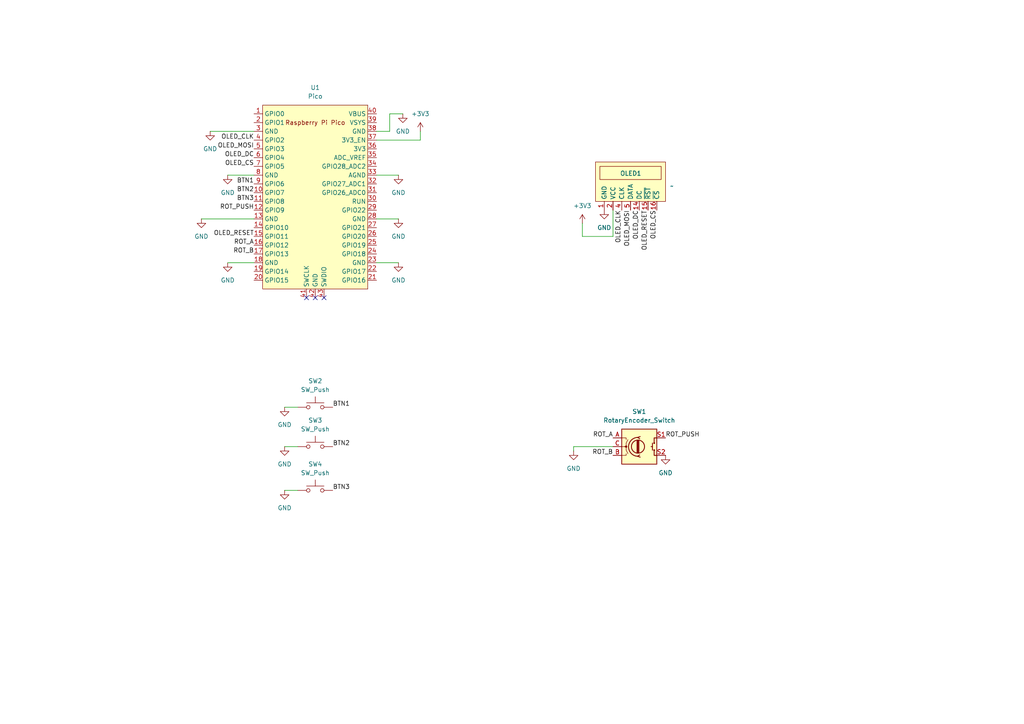
<source format=kicad_sch>
(kicad_sch (version 20231120) (generator "eeschema") (generator_version "8.0")
  (paper "A4")
  (lib_symbols
    (symbol "Device:RotaryEncoder_Switch" (pin_names (offset 0.254) hide)
      (property "Reference" "SW" (at 0 6.604 0))
      (property "Value" "RotaryEncoder_Switch" (at 0 -6.604 0))
      (symbol "RotaryEncoder_Switch_0_1"
        (rectangle (start -5.08 5.08) (end 5.08 -5.08) (stroke (width 0.254)) (fill (type background)))
        (circle (center -3.81 0) (radius 0.254) (fill (type outline)))
        (circle (center -0.381 0) (radius 1.905) (stroke (width 0.254)))
        (arc (start -0.381 2.667) (mid -3.0988 -0.0635) (end -0.381 -2.794) (stroke (width 0.254)))
        (polyline (pts (xy -0.635 -1.778) (xy -0.635 1.778)) (stroke (width 0.254)))
        (polyline (pts (xy -0.381 -1.778) (xy -0.381 1.778)) (stroke (width 0.254)))
        (polyline (pts (xy -0.127 1.778) (xy -0.127 -1.778)) (stroke (width 0.254)))
        (polyline (pts (xy 3.81 0) (xy 3.429 0)) (stroke (width 0.254)))
        (polyline (pts (xy 3.81 1.016) (xy 3.81 -1.016)) (stroke (width 0.254)))
        (polyline (pts (xy -5.08 -2.54) (xy -3.81 -2.54) (xy -3.81 -2.032)))
        (polyline (pts (xy -5.08 2.54) (xy -3.81 2.54) (xy -3.81 2.032)))
        (polyline (pts (xy 0.254 -3.048) (xy -0.508 -2.794) (xy 0.127 -2.413)) (stroke (width 0.254)))
        (polyline (pts (xy 0.254 2.921) (xy -0.508 2.667) (xy 0.127 2.286)) (stroke (width 0.254)))
        (polyline (pts (xy 5.08 -2.54) (xy 4.318 -2.54) (xy 4.318 -1.016)) (stroke (width 0.254)))
        (polyline (pts (xy 5.08 2.54) (xy 4.318 2.54) (xy 4.318 1.016)) (stroke (width 0.254)))
        (polyline (pts (xy -5.08 0) (xy -3.81 0) (xy -3.81 -1.016) (xy -3.302 -2.032)))
        (polyline (pts (xy -4.318 0) (xy -3.81 0) (xy -3.81 1.016) (xy -3.302 2.032)))
        (circle (center 4.318 -1.016) (radius 0.127) (stroke (width 0.254)))
        (circle (center 4.318 1.016) (radius 0.127) (stroke (width 0.254)))
      )
      (symbol "RotaryEncoder_Switch_1_1"
        (pin passive line (at -7.62 2.54 0) (length 2.54) (name "A") (number "A"))
        (pin passive line (at -7.62 -2.54 0) (length 2.54) (name "B") (number "B"))
        (pin passive line (at -7.62 0 0) (length 2.54) (name "C") (number "C"))
        (pin passive line (at 7.62 2.54 180) (length 2.54) (name "S1") (number "S1"))
        (pin passive line (at 7.62 -2.54 180) (length 2.54) (name "S2") (number "S2"))
      )
    )
    (symbol "MCU_RaspberryPi_and_Boards:Pico"
      (property "Reference" "U" (at -13.97 27.94 0))
      (property "Value" "Pico" (at 0 19.05 0))
      (symbol "Pico_0_0"
        (text "Raspberry Pi Pico" (at 0 21.59 0) (effects (font (size 1.27 1.27))))
      )
      (symbol "Pico_0_1"
        (rectangle (start -15.24 26.67) (end 15.24 -26.67) (fill (type background)))
      )
      (symbol "Pico_1_1"
        (pin bidirectional line (at -17.78 24.13 0) (length 2.54) (name "GPIO0") (number "1"))
        (pin bidirectional line (at -17.78 1.27 0) (length 2.54) (name "GPIO7") (number "10"))
        (pin bidirectional line (at -17.78 -1.27 0) (length 2.54) (name "GPIO8") (number "11"))
        (pin bidirectional line (at -17.78 -3.81 0) (length 2.54) (name "GPIO9") (number "12"))
        (pin power_in line (at -17.78 -6.35 0) (length 2.54) (name "GND") (number "13"))
        (pin bidirectional line (at -17.78 -8.89 0) (length 2.54) (name "GPIO10") (number "14"))
        (pin bidirectional line (at -17.78 -11.43 0) (length 2.54) (name "GPIO11") (number "15"))
        (pin bidirectional line (at -17.78 -13.97 0) (length 2.54) (name "GPIO12") (number "16"))
        (pin bidirectional line (at -17.78 -16.51 0) (length 2.54) (name "GPIO13") (number "17"))
        (pin power_in line (at -17.78 -19.05 0) (length 2.54) (name "GND") (number "18"))
        (pin bidirectional line (at -17.78 -21.59 0) (length 2.54) (name "GPIO14") (number "19"))
        (pin bidirectional line (at -17.78 21.59 0) (length 2.54) (name "GPIO1") (number "2"))
        (pin bidirectional line (at -17.78 -24.13 0) (length 2.54) (name "GPIO15") (number "20"))
        (pin bidirectional line (at 17.78 -24.13 180) (length 2.54) (name "GPIO16") (number "21"))
        (pin bidirectional line (at 17.78 -21.59 180) (length 2.54) (name "GPIO17") (number "22"))
        (pin power_in line (at 17.78 -19.05 180) (length 2.54) (name "GND") (number "23"))
        (pin bidirectional line (at 17.78 -16.51 180) (length 2.54) (name "GPIO18") (number "24"))
        (pin bidirectional line (at 17.78 -13.97 180) (length 2.54) (name "GPIO19") (number "25"))
        (pin bidirectional line (at 17.78 -11.43 180) (length 2.54) (name "GPIO20") (number "26"))
        (pin bidirectional line (at 17.78 -8.89 180) (length 2.54) (name "GPIO21") (number "27"))
        (pin power_in line (at 17.78 -6.35 180) (length 2.54) (name "GND") (number "28"))
        (pin bidirectional line (at 17.78 -3.81 180) (length 2.54) (name "GPIO22") (number "29"))
        (pin power_in line (at -17.78 19.05 0) (length 2.54) (name "GND") (number "3"))
        (pin input line (at 17.78 -1.27 180) (length 2.54) (name "RUN") (number "30"))
        (pin bidirectional line (at 17.78 1.27 180) (length 2.54) (name "GPIO26_ADC0") (number "31"))
        (pin bidirectional line (at 17.78 3.81 180) (length 2.54) (name "GPIO27_ADC1") (number "32"))
        (pin power_in line (at 17.78 6.35 180) (length 2.54) (name "AGND") (number "33"))
        (pin bidirectional line (at 17.78 8.89 180) (length 2.54) (name "GPIO28_ADC2") (number "34"))
        (pin power_in line (at 17.78 11.43 180) (length 2.54) (name "ADC_VREF") (number "35"))
        (pin power_in line (at 17.78 13.97 180) (length 2.54) (name "3V3") (number "36"))
        (pin input line (at 17.78 16.51 180) (length 2.54) (name "3V3_EN") (number "37"))
        (pin bidirectional line (at 17.78 19.05 180) (length 2.54) (name "GND") (number "38"))
        (pin power_in line (at 17.78 21.59 180) (length 2.54) (name "VSYS") (number "39"))
        (pin bidirectional line (at -17.78 16.51 0) (length 2.54) (name "GPIO2") (number "4"))
        (pin power_in line (at 17.78 24.13 180) (length 2.54) (name "VBUS") (number "40"))
        (pin input line (at -2.54 -29.21 90) (length 2.54) (name "SWCLK") (number "41"))
        (pin power_in line (at 0 -29.21 90) (length 2.54) (name "GND") (number "42"))
        (pin bidirectional line (at 2.54 -29.21 90) (length 2.54) (name "SWDIO") (number "43"))
        (pin bidirectional line (at -17.78 13.97 0) (length 2.54) (name "GPIO3") (number "5"))
        (pin bidirectional line (at -17.78 11.43 0) (length 2.54) (name "GPIO4") (number "6"))
        (pin bidirectional line (at -17.78 8.89 0) (length 2.54) (name "GPIO5") (number "7"))
        (pin power_in line (at -17.78 6.35 0) (length 2.54) (name "GND") (number "8"))
        (pin bidirectional line (at -17.78 3.81 0) (length 2.54) (name "GPIO6") (number "9"))
      )
    )
    (symbol "Switch:SW_Push" (pin_numbers hide) (pin_names (offset 1.016) hide)
      (property "Reference" "SW" (at 1.27 2.54 0))
      (property "Value" "SW_Push" (at 0 -1.524 0))
      (symbol "SW_Push_0_1"
        (circle (center -2.032 0) (radius 0.508))
        (polyline (pts (xy 0 1.27) (xy 0 3.048)))
        (polyline (pts (xy 2.54 1.27) (xy -2.54 1.27)))
        (circle (center 2.032 0) (radius 0.508))
        (pin passive line (at -5.08 0 0) (length 2.54) (name "1") (number "1"))
        (pin passive line (at 5.08 0 180) (length 2.54) (name "2") (number "2"))
      )
    )
    (symbol "desk_thing_lib:SSD1322_OLED"
      (property "Reference" "OLED" (at 0 3.048 0))
      (symbol "SSD1322_OLED_0_1"
        (rectangle (start -8.89 5.08) (end 8.89 1.27))
      )
      (symbol "SSD1322_OLED_1_1"
        (rectangle (start -10.16 6.35) (end 10.16 -5.08) (fill (type background)))
        (pin power_in line (at -7.62 -7.62 90) (length 2.54) (name "GND") (number "1"))
        (pin input line (at 2.54 -7.62 90) (length 2.54) (name "DC") (number "14"))
        (pin input line (at 5.08 -7.62 90) (length 2.54) (name "~{RST}") (number "15"))
        (pin input line (at 7.62 -7.62 90) (length 2.54) (name "~{CS}") (number "16"))
        (pin power_in line (at -5.08 -7.62 90) (length 2.54) (name "VCC") (number "2"))
        (pin input line (at -2.54 -7.62 90) (length 2.54) (name "CLK") (number "4"))
        (pin input line (at 0 -7.62 90) (length 2.54) (name "DATA") (number "5"))
      )
    )
    (symbol "power:+3V3" (power) (pin_numbers hide) (pin_names (offset 0) hide)
      (property "Value" "+3V3" (at 0 3.556 0))
      (symbol "+3V3_0_1"
        (polyline (pts (xy -0.762 1.27) (xy 0 2.54)))
        (polyline (pts (xy 0 0) (xy 0 2.54)))
        (polyline (pts (xy 0 2.54) (xy 0.762 1.27)))
      )
      (symbol "+3V3_1_1"
        (pin power_in line (at 0 0 90) (length 0) (name "~") (number "1"))
      )
    )
    (symbol "power:GND" (power) (pin_numbers hide) (pin_names (offset 0) hide)
      (property "Value" "GND" (at 0 -3.81 0))
      (symbol "GND_0_1"
        (polyline (pts (xy 0 0) (xy 0 -1.27) (xy 1.27 -1.27) (xy 0 -2.54) (xy -1.27 -1.27) (xy 0 -1.27)))
      )
      (symbol "GND_1_1"
        (pin power_in line (at 0 0 270) (length 0) (name "~") (number "1"))
      )
    )
  )
  (no_connect (at 88.9 86.36))
  (no_connect (at 93.98 86.36))
  (no_connect (at 91.44 86.36))
  (wire (pts (xy 109.22 63.5) (xy 115.57 63.5)))
  (wire (pts (xy 109.22 40.64) (xy 121.92 40.64)))
  (wire (pts (xy 166.37 130.81) (xy 166.37 129.54)))
  (wire (pts (xy 109.22 76.2) (xy 115.57 76.2)))
  (wire (pts (xy 113.03 38.1) (xy 113.03 33.02)))
  (wire (pts (xy 109.22 38.1) (xy 113.03 38.1)))
  (wire (pts (xy 82.55 142.24) (xy 86.36 142.24)))
  (wire (pts (xy 113.03 33.02) (xy 116.84 33.02)))
  (wire (pts (xy 82.55 129.54) (xy 86.36 129.54)))
  (wire (pts (xy 66.04 76.2) (xy 73.66 76.2)))
  (wire (pts (xy 121.92 40.64) (xy 121.92 38.1)))
  (wire (pts (xy 168.91 64.77) (xy 168.91 68.58)))
  (wire (pts (xy 177.8 68.58) (xy 177.8 60.96)))
  (wire (pts (xy 82.55 118.11) (xy 86.36 118.11)))
  (wire (pts (xy 168.91 68.58) (xy 177.8 68.58)))
  (wire (pts (xy 58.42 63.5) (xy 73.66 63.5)))
  (wire (pts (xy 166.37 129.54) (xy 177.8 129.54)))
  (wire (pts (xy 109.22 50.8) (xy 115.57 50.8)))
  (wire (pts (xy 60.96 38.1) (xy 73.66 38.1)))
  (wire (pts (xy 66.04 50.8) (xy 73.66 50.8)))
  (label "OLED_CS" (at 73.66 48.26 180))
  (label "OLED_CLK" (at 73.66 40.64 180))
  (label "BTN3" (at 96.52 142.24 0))
  (label "ROT_A" (at 73.66 71.12 180))
  (label "OLED_MOSI" (at 182.88 60.96 270))
  (label "BTN1" (at 73.66 53.34 180))
  (label "ROT_B" (at 177.8 132.08 180))
  (label "OLED_MOSI" (at 73.66 43.18 180))
  (label "OLED_CLK" (at 180.34 60.96 270))
  (label "BTN3" (at 73.66 58.42 180))
  (label "ROT_PUSH" (at 193.04 127 0))
  (label "OLED_RESET" (at 187.96 60.96 270))
  (label "OLED_DC" (at 73.66 45.72 180))
  (label "BTN2" (at 73.66 55.88 180))
  (label "BTN2" (at 96.52 129.54 0))
  (label "ROT_A" (at 177.8 127 180))
  (label "ROT_B" (at 73.66 73.66 180))
  (label "OLED_DC" (at 185.42 60.96 270))
  (label "OLED_CS" (at 190.5 60.96 270))
  (label "OLED_RESET" (at 73.66 68.58 180))
  (label "ROT_PUSH" (at 73.66 60.96 180))
  (label "BTN1" (at 96.52 118.11 0))
  (symbol (lib_id "power:GND") (at 58.42 63.5 0) (unit 1)
    (property "Reference" "#PWR08" (effects (hide yes)))
    (property "Value" "GND" (at 58.42 68.58 0))
    (property "Description" "Power symbol creates a global label with name \"GND\" , ground" (effects (hide yes)))
  )
  (symbol (lib_id "power:GND") (at 66.04 76.2 0) (unit 1)
    (property "Reference" "#PWR09" (effects (hide yes)))
    (property "Value" "GND" (at 66.04 81.28 0))
    (property "Description" "Power symbol creates a global label with name \"GND\" , ground" (effects (hide yes)))
  )
  (symbol (lib_id "power:+3V3") (at 168.91 64.77 0) (unit 1)
    (property "Reference" "#PWR011" (effects (hide yes)))
    (property "Value" "+3V3" (at 168.91 59.69 0))
    (property "Description" "Power symbol creates a global label with name \"+3V3\"" (effects (hide yes)))
  )
  (symbol (lib_id "power:GND") (at 116.84 33.02 0) (unit 1)
    (property "Reference" "#PWR02" (effects (hide yes)))
    (property "Value" "GND" (at 116.84 38.1 0))
    (property "Description" "Power symbol creates a global label with name \"GND\" , ground" (effects (hide yes)))
  )
  (symbol (lib_id "Switch:SW_Push") (at 91.44 142.24 0) (unit 1)
    (property "Reference" "SW4" (at 91.44 134.62 0))
    (property "Value" "SW_Push" (at 91.44 137.16 0))
    (property "Footprint" "Button_Switch_Keyboard:SW_Cherry_MX_1.00u_PCB" (effects (hide yes)))
    (property "Description" "Push button switch, generic, two pins" (effects (hide yes)))
  )
  (symbol (lib_id "MCU_RaspberryPi_and_Boards:Pico") (at 91.44 57.15 0) (unit 1)
    (property "Reference" "U1" (at 91.44 25.4 0))
    (property "Value" "Pico" (at 91.44 27.94 0))
    (property "Footprint" "MCU_RaspberryPi_and_Boards:RPi_Pico_SMD_TH" (effects (hide yes)))
  )
  (symbol (lib_id "Device:RotaryEncoder_Switch") (at 185.42 129.54 0) (unit 1)
    (property "Reference" "SW1" (at 185.42 119.38 0))
    (property "Value" "RotaryEncoder_Switch" (at 185.42 121.92 0))
    (property "Footprint" "Rotary_Encoder:RotaryEncoder_Alps_EC11E_Vertical_H20mm" (effects (hide yes)))
    (property "Description" "Rotary encoder, dual channel, incremental quadrate outputs, with switch" (effects (hide yes)))
  )
  (symbol (lib_id "Switch:SW_Push") (at 91.44 118.11 0) (unit 1)
    (property "Reference" "SW2" (at 91.44 110.49 0))
    (property "Value" "SW_Push" (at 91.44 113.03 0))
    (property "Footprint" "Button_Switch_Keyboard:SW_Cherry_MX_1.00u_PCB" (effects (hide yes)))
    (property "Description" "Push button switch, generic, two pins" (effects (hide yes)))
  )
  (symbol (lib_id "power:GND") (at 66.04 50.8 0) (unit 1)
    (property "Reference" "#PWR07" (effects (hide yes)))
    (property "Value" "GND" (at 66.04 55.88 0))
    (property "Description" "Power symbol creates a global label with name \"GND\" , ground" (effects (hide yes)))
  )
  (symbol (lib_id "power:GND") (at 82.55 142.24 0) (unit 1)
    (property "Reference" "#PWR016" (effects (hide yes)))
    (property "Value" "GND" (at 82.55 147.32 0))
    (property "Description" "Power symbol creates a global label with name \"GND\" , ground" (effects (hide yes)))
  )
  (symbol (lib_id "power:GND") (at 82.55 118.11 0) (unit 1)
    (property "Reference" "#PWR014" (effects (hide yes)))
    (property "Value" "GND" (at 82.55 123.19 0))
    (property "Description" "Power symbol creates a global label with name \"GND\" , ground" (effects (hide yes)))
  )
  (symbol (lib_id "power:GND") (at 115.57 63.5 0) (unit 1)
    (property "Reference" "#PWR04" (effects (hide yes)))
    (property "Value" "GND" (at 115.57 68.58 0))
    (property "Description" "Power symbol creates a global label with name \"GND\" , ground" (effects (hide yes)))
  )
  (symbol (lib_id "power:GND") (at 166.37 130.81 0) (unit 1)
    (property "Reference" "#PWR012" (effects (hide yes)))
    (property "Value" "GND" (at 166.37 135.89 0))
    (property "Description" "Power symbol creates a global label with name \"GND\" , ground" (effects (hide yes)))
  )
  (symbol (lib_id "desk_thing_lib:SSD1322_OLED") (at 182.88 53.34 0) (unit 1)
    (property "Reference" "OLED1" (at 179.832 50.292 0) (effects (justify left)))
    (property "Value" "~" (at 194.31 53.975 0) (effects (justify left)))
    (property "Footprint" "desk_thing_lib:OLED_2_8_SSD1322" (effects (hide yes)))
  )
  (symbol (lib_id "Switch:SW_Push") (at 91.44 129.54 0) (unit 1)
    (property "Reference" "SW3" (at 91.44 121.92 0))
    (property "Value" "SW_Push" (at 91.44 124.46 0))
    (property "Footprint" "Button_Switch_Keyboard:SW_Cherry_MX_1.00u_PCB" (effects (hide yes)))
    (property "Description" "Push button switch, generic, two pins" (effects (hide yes)))
  )
  (symbol (lib_id "power:GND") (at 60.96 38.1 0) (unit 1)
    (property "Reference" "#PWR06" (effects (hide yes)))
    (property "Value" "GND" (at 60.96 43.18 0))
    (property "Description" "Power symbol creates a global label with name \"GND\" , ground" (effects (hide yes)))
  )
  (symbol (lib_id "power:+3V3") (at 121.92 38.1 0) (unit 1)
    (property "Reference" "#PWR010" (effects (hide yes)))
    (property "Value" "+3V3" (at 121.92 33.02 0))
    (property "Description" "Power symbol creates a global label with name \"+3V3\"" (effects (hide yes)))
  )
  (symbol (lib_id "power:GND") (at 175.26 60.96 0) (unit 1)
    (property "Reference" "#PWR01" (effects (hide yes)))
    (property "Value" "GND" (at 175.26 66.04 0))
    (property "Description" "Power symbol creates a global label with name \"GND\" , ground" (effects (hide yes)))
  )
  (symbol (lib_id "power:GND") (at 115.57 50.8 0) (unit 1)
    (property "Reference" "#PWR03" (effects (hide yes)))
    (property "Value" "GND" (at 115.57 55.88 0))
    (property "Description" "Power symbol creates a global label with name \"GND\" , ground" (effects (hide yes)))
  )
  (symbol (lib_id "power:GND") (at 115.57 76.2 0) (unit 1)
    (property "Reference" "#PWR05" (effects (hide yes)))
    (property "Value" "GND" (at 115.57 81.28 0))
    (property "Description" "Power symbol creates a global label with name \"GND\" , ground" (effects (hide yes)))
  )
  (symbol (lib_id "power:GND") (at 82.55 129.54 0) (unit 1)
    (property "Reference" "#PWR015" (effects (hide yes)))
    (property "Value" "GND" (at 82.55 134.62 0))
    (property "Description" "Power symbol creates a global label with name \"GND\" , ground" (effects (hide yes)))
  )
  (symbol (lib_id "power:GND") (at 193.04 132.08 0) (unit 1)
    (property "Reference" "#PWR013" (effects (hide yes)))
    (property "Value" "GND" (at 193.04 137.16 0))
    (property "Description" "Power symbol creates a global label with name \"GND\" , ground" (effects (hide yes)))
  )
)
</source>
